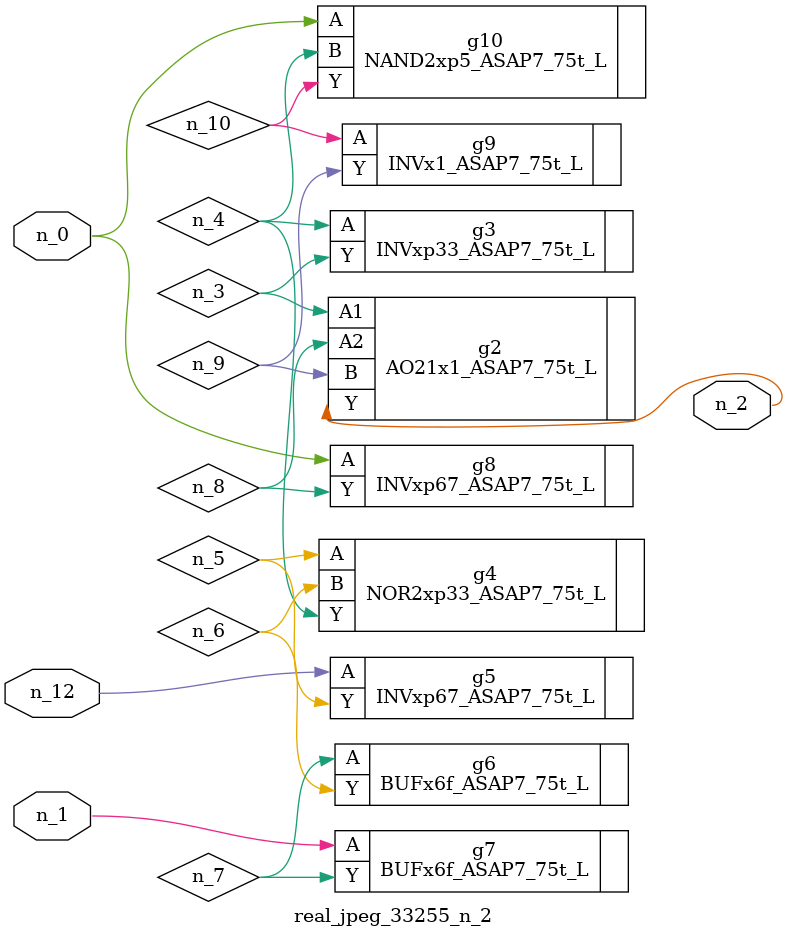
<source format=v>
module real_jpeg_33255_n_2 (n_12, n_1, n_0, n_2);

input n_12;
input n_1;
input n_0;

output n_2;

wire n_5;
wire n_8;
wire n_4;
wire n_6;
wire n_7;
wire n_3;
wire n_10;
wire n_9;

INVxp67_ASAP7_75t_L g8 ( 
.A(n_0),
.Y(n_8)
);

NAND2xp5_ASAP7_75t_L g10 ( 
.A(n_0),
.B(n_4),
.Y(n_10)
);

BUFx6f_ASAP7_75t_L g7 ( 
.A(n_1),
.Y(n_7)
);

AO21x1_ASAP7_75t_L g2 ( 
.A1(n_3),
.A2(n_8),
.B(n_9),
.Y(n_2)
);

INVxp33_ASAP7_75t_L g3 ( 
.A(n_4),
.Y(n_3)
);

NOR2xp33_ASAP7_75t_L g4 ( 
.A(n_5),
.B(n_6),
.Y(n_4)
);

BUFx6f_ASAP7_75t_L g6 ( 
.A(n_7),
.Y(n_6)
);

INVx1_ASAP7_75t_L g9 ( 
.A(n_10),
.Y(n_9)
);

INVxp67_ASAP7_75t_L g5 ( 
.A(n_12),
.Y(n_5)
);


endmodule
</source>
